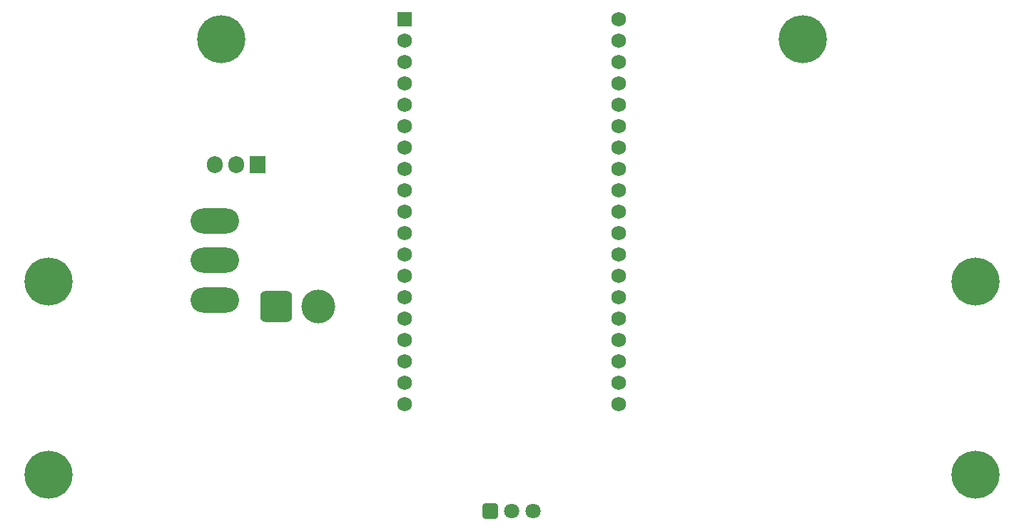
<source format=gbr>
%TF.GenerationSoftware,KiCad,Pcbnew,9.0.1*%
%TF.CreationDate,2025-05-09T11:09:33+02:00*%
%TF.ProjectId,FL-Zetor,464c2d5a-6574-46f7-922e-6b696361645f,rev?*%
%TF.SameCoordinates,Original*%
%TF.FileFunction,Soldermask,Bot*%
%TF.FilePolarity,Negative*%
%FSLAX46Y46*%
G04 Gerber Fmt 4.6, Leading zero omitted, Abs format (unit mm)*
G04 Created by KiCad (PCBNEW 9.0.1) date 2025-05-09 11:09:33*
%MOMM*%
%LPD*%
G01*
G04 APERTURE LIST*
G04 Aperture macros list*
%AMRoundRect*
0 Rectangle with rounded corners*
0 $1 Rounding radius*
0 $2 $3 $4 $5 $6 $7 $8 $9 X,Y pos of 4 corners*
0 Add a 4 corners polygon primitive as box body*
4,1,4,$2,$3,$4,$5,$6,$7,$8,$9,$2,$3,0*
0 Add four circle primitives for the rounded corners*
1,1,$1+$1,$2,$3*
1,1,$1+$1,$4,$5*
1,1,$1+$1,$6,$7*
1,1,$1+$1,$8,$9*
0 Add four rect primitives between the rounded corners*
20,1,$1+$1,$2,$3,$4,$5,0*
20,1,$1+$1,$4,$5,$6,$7,0*
20,1,$1+$1,$6,$7,$8,$9,0*
20,1,$1+$1,$8,$9,$2,$3,0*%
G04 Aperture macros list end*
%ADD10C,5.700000*%
%ADD11RoundRect,0.250200X-0.649800X-0.649800X0.649800X-0.649800X0.649800X0.649800X-0.649800X0.649800X0*%
%ADD12C,1.800000*%
%ADD13R,1.905000X2.000000*%
%ADD14O,1.905000X2.000000*%
%ADD15RoundRect,0.102000X-0.765000X-0.765000X0.765000X-0.765000X0.765000X0.765000X-0.765000X0.765000X0*%
%ADD16C,1.734000*%
%ADD17RoundRect,0.760000X-1.140000X-1.140000X1.140000X-1.140000X1.140000X1.140000X-1.140000X1.140000X0*%
%ADD18C,4.000000*%
%ADD19O,5.754000X2.979000*%
G04 APERTURE END LIST*
D10*
%TO.C,H5*%
X204370000Y-100775000D03*
%TD*%
%TO.C,H2*%
X94370000Y-100775000D03*
%TD*%
D11*
%TO.C,U1*%
X146829984Y-128025000D03*
D12*
X149369984Y-128025000D03*
X151909984Y-128025000D03*
%TD*%
D13*
%TO.C,U2*%
X119174479Y-86900357D03*
D14*
X116634479Y-86900357D03*
X114094479Y-86900357D03*
%TD*%
D15*
%TO.C,MCU1*%
X136670000Y-69675000D03*
D16*
X136670000Y-72215000D03*
X136670000Y-74755000D03*
X136670000Y-77295000D03*
X136670000Y-79835000D03*
X136670000Y-82375000D03*
X136670000Y-84915000D03*
X136670000Y-87455000D03*
X136670000Y-89995000D03*
X136670000Y-92535000D03*
X136670000Y-95075000D03*
X136670000Y-97615000D03*
X136670000Y-100155000D03*
X136670000Y-102695000D03*
X136670000Y-105235000D03*
X136670000Y-107775000D03*
X136670000Y-110315000D03*
X136670000Y-112855000D03*
X136670000Y-115395000D03*
X162070000Y-115395000D03*
X162070000Y-112855000D03*
X162070000Y-110315000D03*
X162070000Y-107775000D03*
X162070000Y-105235000D03*
X162070000Y-102695000D03*
X162070000Y-100155000D03*
X162070000Y-97615000D03*
X162070000Y-95075000D03*
X162070000Y-92535000D03*
X162070000Y-89995000D03*
X162070000Y-87455000D03*
X162070000Y-84915000D03*
X162070000Y-82375000D03*
X162070000Y-79835000D03*
X162070000Y-77295000D03*
X162070000Y-74755000D03*
X162070000Y-72215000D03*
X162070000Y-69675000D03*
%TD*%
D10*
%TO.C,H4*%
X114870000Y-72025000D03*
%TD*%
D17*
%TO.C,J1*%
X121370000Y-103775000D03*
D18*
X126370000Y-103775000D03*
%TD*%
D10*
%TO.C,H3*%
X183870000Y-72025000D03*
%TD*%
%TO.C,H6*%
X204370000Y-123775000D03*
%TD*%
D19*
%TO.C,SW1*%
X114120000Y-102975000D03*
X114120000Y-98275000D03*
X114120000Y-93575000D03*
%TD*%
D10*
%TO.C,H1*%
X94370000Y-123775000D03*
%TD*%
M02*

</source>
